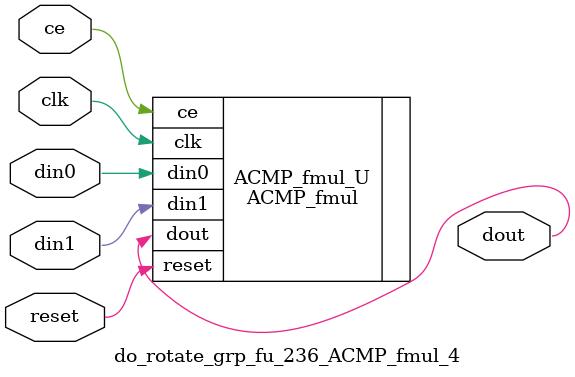
<source format=v>

`timescale 1 ns / 1 ps
module do_rotate_grp_fu_236_ACMP_fmul_4(
    clk,
    reset,
    ce,
    din0,
    din1,
    dout);

parameter ID = 32'd1;
parameter NUM_STAGE = 32'd1;
parameter din0_WIDTH = 32'd1;
parameter din1_WIDTH = 32'd1;
parameter dout_WIDTH = 32'd1;
input clk;
input reset;
input ce;
input[din0_WIDTH - 1:0] din0;
input[din1_WIDTH - 1:0] din1;
output[dout_WIDTH - 1:0] dout;



ACMP_fmul #(
.ID( ID ),
.NUM_STAGE( 4 ),
.din0_WIDTH( din0_WIDTH ),
.din1_WIDTH( din1_WIDTH ),
.dout_WIDTH( dout_WIDTH ))
ACMP_fmul_U(
    .clk( clk ),
    .reset( reset ),
    .ce( ce ),
    .din0( din0 ),
    .din1( din1 ),
    .dout( dout ));

endmodule

</source>
